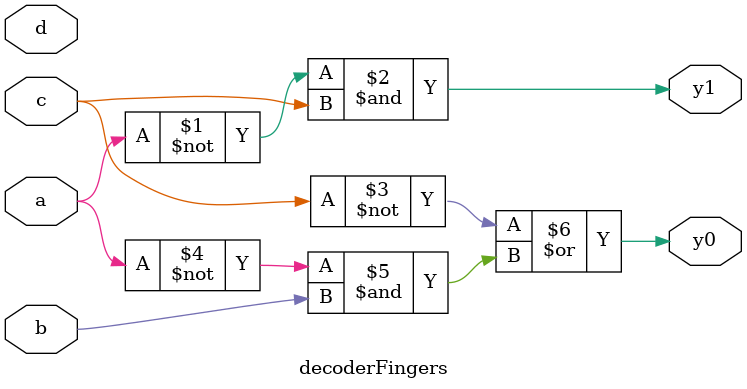
<source format=sv>
module decoderFingers (
	input logic a,b,c,d,
	output logic y1, y0
);

	assign y1 = (~a & c);
	assign y0 = (~c | (~a & b));
	
endmodule


</source>
